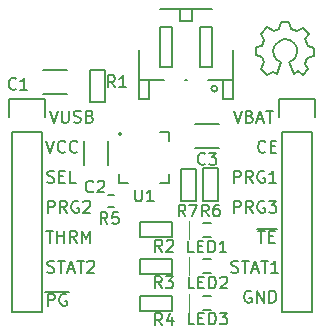
<source format=gto>
%TF.GenerationSoftware,KiCad,Pcbnew,4.0.5-e0-6337~49~ubuntu16.04.1*%
%TF.CreationDate,2017-07-20T10:50:06-07:00*%
%TF.ProjectId,mcp73871-battery-mgmt-breakout,6D637037333837312D62617474657279,1.0*%
%TF.FileFunction,Legend,Top*%
%FSLAX46Y46*%
G04 Gerber Fmt 4.6, Leading zero omitted, Abs format (unit mm)*
G04 Created by KiCad (PCBNEW 4.0.5-e0-6337~49~ubuntu16.04.1) date Thu Jul 20 10:50:06 2017*
%MOMM*%
%LPD*%
G01*
G04 APERTURE LIST*
%ADD10C,0.350000*%
%ADD11C,0.152400*%
%ADD12C,0.150000*%
%ADD13C,0.050000*%
%ADD14R,1.152400X1.752400*%
%ADD15R,1.752400X1.152400*%
%ADD16R,0.552400X1.502400*%
%ADD17R,1.752400X1.552400*%
%ADD18C,1.352400*%
%ADD19R,2.052400X2.052400*%
%ADD20R,1.152400X3.652400*%
%ADD21R,1.752400X3.552400*%
%ADD22R,2.184400X1.879600*%
%ADD23O,2.184400X1.879600*%
%ADD24R,0.952400X0.902400*%
%ADD25R,0.902400X0.952400*%
%ADD26R,0.752400X0.652400*%
%ADD27R,0.882400X0.452400*%
%ADD28R,0.452400X0.882400*%
%ADD29R,0.640400X0.640400*%
G04 APERTURE END LIST*
D10*
D11*
X134160382Y-96931238D02*
X134305525Y-96979619D01*
X134547429Y-96979619D01*
X134644191Y-96931238D01*
X134692572Y-96882857D01*
X134740953Y-96786095D01*
X134740953Y-96689333D01*
X134692572Y-96592571D01*
X134644191Y-96544190D01*
X134547429Y-96495810D01*
X134353906Y-96447429D01*
X134257144Y-96399048D01*
X134208763Y-96350667D01*
X134160382Y-96253905D01*
X134160382Y-96157143D01*
X134208763Y-96060381D01*
X134257144Y-96012000D01*
X134353906Y-95963619D01*
X134595810Y-95963619D01*
X134740953Y-96012000D01*
X135031239Y-95963619D02*
X135611810Y-95963619D01*
X135321525Y-96979619D02*
X135321525Y-95963619D01*
X135902096Y-96689333D02*
X136385905Y-96689333D01*
X135805334Y-96979619D02*
X136144001Y-95963619D01*
X136482667Y-96979619D01*
X136676191Y-95963619D02*
X137256762Y-95963619D01*
X136966477Y-96979619D02*
X136966477Y-95963619D01*
X138127619Y-96979619D02*
X137547048Y-96979619D01*
X137837334Y-96979619D02*
X137837334Y-95963619D01*
X137740572Y-96108762D01*
X137643810Y-96205524D01*
X137547048Y-96253905D01*
X136410096Y-93423619D02*
X136990667Y-93423619D01*
X136700382Y-94439619D02*
X136700382Y-93423619D01*
X137329334Y-93907429D02*
X137668000Y-93907429D01*
X137813143Y-94439619D02*
X137329334Y-94439619D01*
X137329334Y-93423619D01*
X137813143Y-93423619D01*
X136313334Y-93248480D02*
X138006667Y-93248480D01*
X134378096Y-91899619D02*
X134378096Y-90883619D01*
X134765143Y-90883619D01*
X134861905Y-90932000D01*
X134910286Y-90980381D01*
X134958667Y-91077143D01*
X134958667Y-91222286D01*
X134910286Y-91319048D01*
X134861905Y-91367429D01*
X134765143Y-91415810D01*
X134378096Y-91415810D01*
X135974667Y-91899619D02*
X135636001Y-91415810D01*
X135394096Y-91899619D02*
X135394096Y-90883619D01*
X135781143Y-90883619D01*
X135877905Y-90932000D01*
X135926286Y-90980381D01*
X135974667Y-91077143D01*
X135974667Y-91222286D01*
X135926286Y-91319048D01*
X135877905Y-91367429D01*
X135781143Y-91415810D01*
X135394096Y-91415810D01*
X136942286Y-90932000D02*
X136845524Y-90883619D01*
X136700381Y-90883619D01*
X136555239Y-90932000D01*
X136458477Y-91028762D01*
X136410096Y-91125524D01*
X136361715Y-91319048D01*
X136361715Y-91464190D01*
X136410096Y-91657714D01*
X136458477Y-91754476D01*
X136555239Y-91851238D01*
X136700381Y-91899619D01*
X136797143Y-91899619D01*
X136942286Y-91851238D01*
X136990667Y-91802857D01*
X136990667Y-91464190D01*
X136797143Y-91464190D01*
X137329334Y-90883619D02*
X137958286Y-90883619D01*
X137619620Y-91270667D01*
X137764762Y-91270667D01*
X137861524Y-91319048D01*
X137909905Y-91367429D01*
X137958286Y-91464190D01*
X137958286Y-91706095D01*
X137909905Y-91802857D01*
X137861524Y-91851238D01*
X137764762Y-91899619D01*
X137474477Y-91899619D01*
X137377715Y-91851238D01*
X137329334Y-91802857D01*
X134378096Y-89359619D02*
X134378096Y-88343619D01*
X134765143Y-88343619D01*
X134861905Y-88392000D01*
X134910286Y-88440381D01*
X134958667Y-88537143D01*
X134958667Y-88682286D01*
X134910286Y-88779048D01*
X134861905Y-88827429D01*
X134765143Y-88875810D01*
X134378096Y-88875810D01*
X135974667Y-89359619D02*
X135636001Y-88875810D01*
X135394096Y-89359619D02*
X135394096Y-88343619D01*
X135781143Y-88343619D01*
X135877905Y-88392000D01*
X135926286Y-88440381D01*
X135974667Y-88537143D01*
X135974667Y-88682286D01*
X135926286Y-88779048D01*
X135877905Y-88827429D01*
X135781143Y-88875810D01*
X135394096Y-88875810D01*
X136942286Y-88392000D02*
X136845524Y-88343619D01*
X136700381Y-88343619D01*
X136555239Y-88392000D01*
X136458477Y-88488762D01*
X136410096Y-88585524D01*
X136361715Y-88779048D01*
X136361715Y-88924190D01*
X136410096Y-89117714D01*
X136458477Y-89214476D01*
X136555239Y-89311238D01*
X136700381Y-89359619D01*
X136797143Y-89359619D01*
X136942286Y-89311238D01*
X136990667Y-89262857D01*
X136990667Y-88924190D01*
X136797143Y-88924190D01*
X137958286Y-89359619D02*
X137377715Y-89359619D01*
X137668001Y-89359619D02*
X137668001Y-88343619D01*
X137571239Y-88488762D01*
X137474477Y-88585524D01*
X137377715Y-88633905D01*
X137039048Y-86722857D02*
X136990667Y-86771238D01*
X136845524Y-86819619D01*
X136748762Y-86819619D01*
X136603620Y-86771238D01*
X136506858Y-86674476D01*
X136458477Y-86577714D01*
X136410096Y-86384190D01*
X136410096Y-86239048D01*
X136458477Y-86045524D01*
X136506858Y-85948762D01*
X136603620Y-85852000D01*
X136748762Y-85803619D01*
X136845524Y-85803619D01*
X136990667Y-85852000D01*
X137039048Y-85900381D01*
X137474477Y-86287429D02*
X137813143Y-86287429D01*
X137958286Y-86819619D02*
X137474477Y-86819619D01*
X137474477Y-85803619D01*
X137958286Y-85803619D01*
X118630096Y-99773619D02*
X118630096Y-98757619D01*
X119017143Y-98757619D01*
X119113905Y-98806000D01*
X119162286Y-98854381D01*
X119210667Y-98951143D01*
X119210667Y-99096286D01*
X119162286Y-99193048D01*
X119113905Y-99241429D01*
X119017143Y-99289810D01*
X118630096Y-99289810D01*
X120178286Y-98806000D02*
X120081524Y-98757619D01*
X119936381Y-98757619D01*
X119791239Y-98806000D01*
X119694477Y-98902762D01*
X119646096Y-98999524D01*
X119597715Y-99193048D01*
X119597715Y-99338190D01*
X119646096Y-99531714D01*
X119694477Y-99628476D01*
X119791239Y-99725238D01*
X119936381Y-99773619D01*
X120033143Y-99773619D01*
X120178286Y-99725238D01*
X120226667Y-99676857D01*
X120226667Y-99338190D01*
X120033143Y-99338190D01*
X118388191Y-98582480D02*
X120420191Y-98582480D01*
X118581715Y-96931238D02*
X118726858Y-96979619D01*
X118968762Y-96979619D01*
X119065524Y-96931238D01*
X119113905Y-96882857D01*
X119162286Y-96786095D01*
X119162286Y-96689333D01*
X119113905Y-96592571D01*
X119065524Y-96544190D01*
X118968762Y-96495810D01*
X118775239Y-96447429D01*
X118678477Y-96399048D01*
X118630096Y-96350667D01*
X118581715Y-96253905D01*
X118581715Y-96157143D01*
X118630096Y-96060381D01*
X118678477Y-96012000D01*
X118775239Y-95963619D01*
X119017143Y-95963619D01*
X119162286Y-96012000D01*
X119452572Y-95963619D02*
X120033143Y-95963619D01*
X119742858Y-96979619D02*
X119742858Y-95963619D01*
X120323429Y-96689333D02*
X120807238Y-96689333D01*
X120226667Y-96979619D02*
X120565334Y-95963619D01*
X120904000Y-96979619D01*
X121097524Y-95963619D02*
X121678095Y-95963619D01*
X121387810Y-96979619D02*
X121387810Y-95963619D01*
X121968381Y-96060381D02*
X122016762Y-96012000D01*
X122113524Y-95963619D01*
X122355428Y-95963619D01*
X122452190Y-96012000D01*
X122500571Y-96060381D01*
X122548952Y-96157143D01*
X122548952Y-96253905D01*
X122500571Y-96399048D01*
X121920000Y-96979619D01*
X122548952Y-96979619D01*
X118484953Y-93423619D02*
X119065524Y-93423619D01*
X118775239Y-94439619D02*
X118775239Y-93423619D01*
X119404191Y-94439619D02*
X119404191Y-93423619D01*
X119404191Y-93907429D02*
X119984762Y-93907429D01*
X119984762Y-94439619D02*
X119984762Y-93423619D01*
X121049143Y-94439619D02*
X120710477Y-93955810D01*
X120468572Y-94439619D02*
X120468572Y-93423619D01*
X120855619Y-93423619D01*
X120952381Y-93472000D01*
X121000762Y-93520381D01*
X121049143Y-93617143D01*
X121049143Y-93762286D01*
X121000762Y-93859048D01*
X120952381Y-93907429D01*
X120855619Y-93955810D01*
X120468572Y-93955810D01*
X121484572Y-94439619D02*
X121484572Y-93423619D01*
X121823238Y-94149333D01*
X122161905Y-93423619D01*
X122161905Y-94439619D01*
X118630096Y-91899619D02*
X118630096Y-90883619D01*
X119017143Y-90883619D01*
X119113905Y-90932000D01*
X119162286Y-90980381D01*
X119210667Y-91077143D01*
X119210667Y-91222286D01*
X119162286Y-91319048D01*
X119113905Y-91367429D01*
X119017143Y-91415810D01*
X118630096Y-91415810D01*
X120226667Y-91899619D02*
X119888001Y-91415810D01*
X119646096Y-91899619D02*
X119646096Y-90883619D01*
X120033143Y-90883619D01*
X120129905Y-90932000D01*
X120178286Y-90980381D01*
X120226667Y-91077143D01*
X120226667Y-91222286D01*
X120178286Y-91319048D01*
X120129905Y-91367429D01*
X120033143Y-91415810D01*
X119646096Y-91415810D01*
X121194286Y-90932000D02*
X121097524Y-90883619D01*
X120952381Y-90883619D01*
X120807239Y-90932000D01*
X120710477Y-91028762D01*
X120662096Y-91125524D01*
X120613715Y-91319048D01*
X120613715Y-91464190D01*
X120662096Y-91657714D01*
X120710477Y-91754476D01*
X120807239Y-91851238D01*
X120952381Y-91899619D01*
X121049143Y-91899619D01*
X121194286Y-91851238D01*
X121242667Y-91802857D01*
X121242667Y-91464190D01*
X121049143Y-91464190D01*
X121629715Y-90980381D02*
X121678096Y-90932000D01*
X121774858Y-90883619D01*
X122016762Y-90883619D01*
X122113524Y-90932000D01*
X122161905Y-90980381D01*
X122210286Y-91077143D01*
X122210286Y-91173905D01*
X122161905Y-91319048D01*
X121581334Y-91899619D01*
X122210286Y-91899619D01*
X118581715Y-89311238D02*
X118726858Y-89359619D01*
X118968762Y-89359619D01*
X119065524Y-89311238D01*
X119113905Y-89262857D01*
X119162286Y-89166095D01*
X119162286Y-89069333D01*
X119113905Y-88972571D01*
X119065524Y-88924190D01*
X118968762Y-88875810D01*
X118775239Y-88827429D01*
X118678477Y-88779048D01*
X118630096Y-88730667D01*
X118581715Y-88633905D01*
X118581715Y-88537143D01*
X118630096Y-88440381D01*
X118678477Y-88392000D01*
X118775239Y-88343619D01*
X119017143Y-88343619D01*
X119162286Y-88392000D01*
X119597715Y-88827429D02*
X119936381Y-88827429D01*
X120081524Y-89359619D02*
X119597715Y-89359619D01*
X119597715Y-88343619D01*
X120081524Y-88343619D01*
X121000762Y-89359619D02*
X120516953Y-89359619D01*
X120516953Y-88343619D01*
X135829524Y-98552000D02*
X135732762Y-98503619D01*
X135587619Y-98503619D01*
X135442477Y-98552000D01*
X135345715Y-98648762D01*
X135297334Y-98745524D01*
X135248953Y-98939048D01*
X135248953Y-99084190D01*
X135297334Y-99277714D01*
X135345715Y-99374476D01*
X135442477Y-99471238D01*
X135587619Y-99519619D01*
X135684381Y-99519619D01*
X135829524Y-99471238D01*
X135877905Y-99422857D01*
X135877905Y-99084190D01*
X135684381Y-99084190D01*
X136313334Y-99519619D02*
X136313334Y-98503619D01*
X136893905Y-99519619D01*
X136893905Y-98503619D01*
X137377715Y-99519619D02*
X137377715Y-98503619D01*
X137619620Y-98503619D01*
X137764762Y-98552000D01*
X137861524Y-98648762D01*
X137909905Y-98745524D01*
X137958286Y-98939048D01*
X137958286Y-99084190D01*
X137909905Y-99277714D01*
X137861524Y-99374476D01*
X137764762Y-99471238D01*
X137619620Y-99519619D01*
X137377715Y-99519619D01*
X134347858Y-83263619D02*
X134686525Y-84279619D01*
X135025191Y-83263619D01*
X135702524Y-83747429D02*
X135847667Y-83795810D01*
X135896048Y-83844190D01*
X135944429Y-83940952D01*
X135944429Y-84086095D01*
X135896048Y-84182857D01*
X135847667Y-84231238D01*
X135750905Y-84279619D01*
X135363858Y-84279619D01*
X135363858Y-83263619D01*
X135702524Y-83263619D01*
X135799286Y-83312000D01*
X135847667Y-83360381D01*
X135896048Y-83457143D01*
X135896048Y-83553905D01*
X135847667Y-83650667D01*
X135799286Y-83699048D01*
X135702524Y-83747429D01*
X135363858Y-83747429D01*
X136331477Y-83989333D02*
X136815286Y-83989333D01*
X136234715Y-84279619D02*
X136573382Y-83263619D01*
X136912048Y-84279619D01*
X137105572Y-83263619D02*
X137686143Y-83263619D01*
X137395858Y-84279619D02*
X137395858Y-83263619D01*
X118484953Y-85803619D02*
X118823620Y-86819619D01*
X119162286Y-85803619D01*
X120081524Y-86722857D02*
X120033143Y-86771238D01*
X119888000Y-86819619D01*
X119791238Y-86819619D01*
X119646096Y-86771238D01*
X119549334Y-86674476D01*
X119500953Y-86577714D01*
X119452572Y-86384190D01*
X119452572Y-86239048D01*
X119500953Y-86045524D01*
X119549334Y-85948762D01*
X119646096Y-85852000D01*
X119791238Y-85803619D01*
X119888000Y-85803619D01*
X120033143Y-85852000D01*
X120081524Y-85900381D01*
X121097524Y-86722857D02*
X121049143Y-86771238D01*
X120904000Y-86819619D01*
X120807238Y-86819619D01*
X120662096Y-86771238D01*
X120565334Y-86674476D01*
X120516953Y-86577714D01*
X120468572Y-86384190D01*
X120468572Y-86239048D01*
X120516953Y-86045524D01*
X120565334Y-85948762D01*
X120662096Y-85852000D01*
X120807238Y-85803619D01*
X120904000Y-85803619D01*
X121049143Y-85852000D01*
X121097524Y-85900381D01*
X118787334Y-83263619D02*
X119126001Y-84279619D01*
X119464667Y-83263619D01*
X119803334Y-83263619D02*
X119803334Y-84086095D01*
X119851715Y-84182857D01*
X119900096Y-84231238D01*
X119996858Y-84279619D01*
X120190381Y-84279619D01*
X120287143Y-84231238D01*
X120335524Y-84182857D01*
X120383905Y-84086095D01*
X120383905Y-83263619D01*
X120819334Y-84231238D02*
X120964477Y-84279619D01*
X121206381Y-84279619D01*
X121303143Y-84231238D01*
X121351524Y-84182857D01*
X121399905Y-84086095D01*
X121399905Y-83989333D01*
X121351524Y-83892571D01*
X121303143Y-83844190D01*
X121206381Y-83795810D01*
X121012858Y-83747429D01*
X120916096Y-83699048D01*
X120867715Y-83650667D01*
X120819334Y-83553905D01*
X120819334Y-83457143D01*
X120867715Y-83360381D01*
X120916096Y-83312000D01*
X121012858Y-83263619D01*
X121254762Y-83263619D01*
X121399905Y-83312000D01*
X122174000Y-83747429D02*
X122319143Y-83795810D01*
X122367524Y-83844190D01*
X122415905Y-83940952D01*
X122415905Y-84086095D01*
X122367524Y-84182857D01*
X122319143Y-84231238D01*
X122222381Y-84279619D01*
X121835334Y-84279619D01*
X121835334Y-83263619D01*
X122174000Y-83263619D01*
X122270762Y-83312000D01*
X122319143Y-83360381D01*
X122367524Y-83457143D01*
X122367524Y-83553905D01*
X122319143Y-83650667D01*
X122270762Y-83699048D01*
X122174000Y-83747429D01*
X121835334Y-83747429D01*
D12*
X133080000Y-84382500D02*
X131080000Y-84382500D01*
X131080000Y-86432500D02*
X133080000Y-86432500D01*
X118203600Y-81847800D02*
X120203600Y-81847800D01*
X120203600Y-79797800D02*
X118203600Y-79797800D01*
X123707000Y-87844000D02*
X123707000Y-85844000D01*
X121657000Y-85844000D02*
X121657000Y-87844000D01*
X132955600Y-81398400D02*
G75*
G03X132955600Y-81398400I-250000J0D01*
G01*
X130805600Y-74648400D02*
X130805600Y-75648400D01*
X130805600Y-75648400D02*
X129805600Y-75648400D01*
X129805600Y-75648400D02*
X129805600Y-74648400D01*
X132205600Y-80648400D02*
X133455600Y-80648400D01*
X133455600Y-80648400D02*
X133455600Y-82248400D01*
X133455600Y-82248400D02*
X134255600Y-82248400D01*
X134255600Y-82248400D02*
X134255600Y-78148400D01*
X133455600Y-80648400D02*
X134255600Y-80648400D01*
X128405600Y-80648400D02*
X127155600Y-80648400D01*
X127155600Y-80648400D02*
X127155600Y-82248400D01*
X127155600Y-82248400D02*
X126355600Y-82248400D01*
X126355600Y-82248400D02*
X126355600Y-78148400D01*
X127155600Y-80648400D02*
X126355600Y-80648400D01*
X132505600Y-74648400D02*
X128105600Y-74648400D01*
X132505600Y-79548400D02*
X132505600Y-76148400D01*
X132505600Y-76148400D02*
X131505600Y-76148400D01*
X131505600Y-76148400D02*
X131505600Y-79548400D01*
X131505600Y-79548400D02*
X132505600Y-79548400D01*
X128105600Y-79548400D02*
X128105600Y-76148400D01*
X128105600Y-76148400D02*
X129105600Y-76148400D01*
X129105600Y-76148400D02*
X129105600Y-79548400D01*
X129105600Y-79548400D02*
X128105600Y-79548400D01*
X130405600Y-80648400D02*
X130205600Y-80648400D01*
X118110000Y-85090000D02*
X118110000Y-100330000D01*
X118110000Y-100330000D02*
X115570000Y-100330000D01*
X115570000Y-100330000D02*
X115570000Y-85090000D01*
X118390000Y-82270000D02*
X118390000Y-83820000D01*
X118110000Y-85090000D02*
X115570000Y-85090000D01*
X115290000Y-83820000D02*
X115290000Y-82270000D01*
X115290000Y-82270000D02*
X118390000Y-82270000D01*
X140970000Y-85090000D02*
X140970000Y-100330000D01*
X140970000Y-100330000D02*
X138430000Y-100330000D01*
X138430000Y-100330000D02*
X138430000Y-85090000D01*
X141250000Y-82270000D02*
X141250000Y-83820000D01*
X140970000Y-85090000D02*
X138430000Y-85090000D01*
X138150000Y-83820000D02*
X138150000Y-82270000D01*
X138150000Y-82270000D02*
X141250000Y-82270000D01*
D13*
X130544000Y-94155490D02*
X130544000Y-92631490D01*
D12*
X131718000Y-92793490D02*
X132418000Y-92793490D01*
X132418000Y-93993490D02*
X131718000Y-93993490D01*
D13*
X130544000Y-97194162D02*
X130544000Y-95670162D01*
D12*
X131718000Y-95832162D02*
X132418000Y-95832162D01*
X132418000Y-97032162D02*
X131718000Y-97032162D01*
D13*
X130544000Y-100294000D02*
X130544000Y-98770000D01*
D12*
X131718000Y-98932000D02*
X132418000Y-98932000D01*
X132418000Y-100132000D02*
X131718000Y-100132000D01*
D11*
X122148600Y-82512600D02*
X123418600Y-82512600D01*
X122148600Y-79782100D02*
X123418600Y-79782100D01*
D12*
X122148600Y-82512600D02*
X122148600Y-79782100D01*
X123418600Y-79782100D02*
X123418600Y-82512600D01*
D11*
X129147000Y-93978490D02*
X129147000Y-92708490D01*
X126416500Y-93978490D02*
X126416500Y-92708490D01*
D12*
X129147000Y-93978490D02*
X126416500Y-93978490D01*
X126416500Y-92708490D02*
X129147000Y-92708490D01*
D11*
X129107128Y-97067162D02*
X129107128Y-95797162D01*
X126376628Y-97067162D02*
X126376628Y-95797162D01*
D12*
X129107128Y-97067162D02*
X126376628Y-97067162D01*
X126376628Y-95797162D02*
X129107128Y-95797162D01*
D11*
X129147000Y-100203000D02*
X129147000Y-98933000D01*
X126416500Y-100203000D02*
X126416500Y-98933000D01*
D12*
X129147000Y-100203000D02*
X126416500Y-100203000D01*
X126416500Y-98933000D02*
X129147000Y-98933000D01*
X124180000Y-90425000D02*
X123680000Y-90425000D01*
X123680000Y-91375000D02*
X124180000Y-91375000D01*
D11*
X133015000Y-88153000D02*
X131745000Y-88153000D01*
X133015000Y-90883500D02*
X131745000Y-90883500D01*
D12*
X133015000Y-88153000D02*
X133015000Y-90883500D01*
X131745000Y-90883500D02*
X131745000Y-88153000D01*
D11*
X131165000Y-88203000D02*
X129895000Y-88203000D01*
X131165000Y-90933500D02*
X129895000Y-90933500D01*
D12*
X131165000Y-88203000D02*
X131165000Y-90933500D01*
X129895000Y-90933500D02*
X129895000Y-88203000D01*
D11*
X124850000Y-85193000D02*
G75*
G03X124850000Y-85193000I-127000J0D01*
G01*
D12*
X128905000Y-85075000D02*
X128905000Y-85850000D01*
X124605000Y-89375000D02*
X124605000Y-88600000D01*
X128905000Y-89375000D02*
X128905000Y-88600000D01*
X124605000Y-89375000D02*
X125380000Y-89375000D01*
X128905000Y-89375000D02*
X128130000Y-89375000D01*
X128905000Y-85075000D02*
X128130000Y-85075000D01*
X136903460Y-79161640D02*
X136644380Y-79722980D01*
X136644380Y-79722980D02*
X137182860Y-80241140D01*
X137182860Y-80241140D02*
X137703560Y-79971900D01*
X137703560Y-79971900D02*
X137982960Y-80131920D01*
X139423140Y-80111600D02*
X139753340Y-79921100D01*
X139753340Y-79921100D02*
X140192760Y-80251300D01*
X140192760Y-80251300D02*
X140665200Y-79761080D01*
X140665200Y-79761080D02*
X140383260Y-79281020D01*
X140383260Y-79281020D02*
X140573760Y-78811120D01*
X140573760Y-78811120D02*
X141183360Y-78623160D01*
X141183360Y-78623160D02*
X141183360Y-77942440D01*
X141183360Y-77942440D02*
X140624560Y-77802740D01*
X140624560Y-77802740D02*
X140423900Y-77231240D01*
X140423900Y-77231240D02*
X140693140Y-76761340D01*
X140693140Y-76761340D02*
X140223240Y-76250800D01*
X140223240Y-76250800D02*
X139705080Y-76512420D01*
X139705080Y-76512420D02*
X139235180Y-76311760D01*
X139235180Y-76311760D02*
X139065000Y-75770740D01*
X139065000Y-75770740D02*
X138374120Y-75752960D01*
X138374120Y-75752960D02*
X138163300Y-76301600D01*
X138163300Y-76301600D02*
X137744200Y-76471780D01*
X137744200Y-76471780D02*
X137193020Y-76202540D01*
X137193020Y-76202540D02*
X136674860Y-76730860D01*
X136674860Y-76730860D02*
X136923780Y-77271880D01*
X136923780Y-77271880D02*
X136753600Y-77751940D01*
X136753600Y-77751940D02*
X136204960Y-77851000D01*
X136204960Y-77851000D02*
X136194800Y-78552040D01*
X136194800Y-78552040D02*
X136753600Y-78752700D01*
X136753600Y-78752700D02*
X136893300Y-79151480D01*
X139034520Y-79131160D02*
X139334240Y-78981300D01*
X139334240Y-78981300D02*
X139534900Y-78783180D01*
X139534900Y-78783180D02*
X139684760Y-78381860D01*
X139684760Y-78381860D02*
X139684760Y-77983080D01*
X139684760Y-77983080D02*
X139534900Y-77632560D01*
X139534900Y-77632560D02*
X139082780Y-77282040D01*
X139082780Y-77282040D02*
X138633200Y-77231240D01*
X138633200Y-77231240D02*
X138234420Y-77332840D01*
X138234420Y-77332840D02*
X137833100Y-77680820D01*
X137833100Y-77680820D02*
X137683240Y-78132940D01*
X137683240Y-78132940D02*
X137734040Y-78630780D01*
X137734040Y-78630780D02*
X137982960Y-78933040D01*
X137982960Y-78933040D02*
X138333480Y-79131160D01*
X138333480Y-79131160D02*
X137982960Y-80131920D01*
X139034520Y-79131160D02*
X139433300Y-80131920D01*
X131913334Y-87733143D02*
X131865715Y-87780762D01*
X131722858Y-87828381D01*
X131627620Y-87828381D01*
X131484762Y-87780762D01*
X131389524Y-87685524D01*
X131341905Y-87590286D01*
X131294286Y-87399810D01*
X131294286Y-87256952D01*
X131341905Y-87066476D01*
X131389524Y-86971238D01*
X131484762Y-86876000D01*
X131627620Y-86828381D01*
X131722858Y-86828381D01*
X131865715Y-86876000D01*
X131913334Y-86923619D01*
X132246667Y-86828381D02*
X132865715Y-86828381D01*
X132532381Y-87209333D01*
X132675239Y-87209333D01*
X132770477Y-87256952D01*
X132818096Y-87304571D01*
X132865715Y-87399810D01*
X132865715Y-87637905D01*
X132818096Y-87733143D01*
X132770477Y-87780762D01*
X132675239Y-87828381D01*
X132389524Y-87828381D01*
X132294286Y-87780762D01*
X132246667Y-87733143D01*
X115911334Y-81383143D02*
X115863715Y-81430762D01*
X115720858Y-81478381D01*
X115625620Y-81478381D01*
X115482762Y-81430762D01*
X115387524Y-81335524D01*
X115339905Y-81240286D01*
X115292286Y-81049810D01*
X115292286Y-80906952D01*
X115339905Y-80716476D01*
X115387524Y-80621238D01*
X115482762Y-80526000D01*
X115625620Y-80478381D01*
X115720858Y-80478381D01*
X115863715Y-80526000D01*
X115911334Y-80573619D01*
X116863715Y-81478381D02*
X116292286Y-81478381D01*
X116578000Y-81478381D02*
X116578000Y-80478381D01*
X116482762Y-80621238D01*
X116387524Y-80716476D01*
X116292286Y-80764095D01*
X122451834Y-90082643D02*
X122404215Y-90130262D01*
X122261358Y-90177881D01*
X122166120Y-90177881D01*
X122023262Y-90130262D01*
X121928024Y-90035024D01*
X121880405Y-89939786D01*
X121832786Y-89749310D01*
X121832786Y-89606452D01*
X121880405Y-89415976D01*
X121928024Y-89320738D01*
X122023262Y-89225500D01*
X122166120Y-89177881D01*
X122261358Y-89177881D01*
X122404215Y-89225500D01*
X122451834Y-89273119D01*
X122832786Y-89273119D02*
X122880405Y-89225500D01*
X122975643Y-89177881D01*
X123213739Y-89177881D01*
X123308977Y-89225500D01*
X123356596Y-89273119D01*
X123404215Y-89368357D01*
X123404215Y-89463595D01*
X123356596Y-89606452D01*
X122785167Y-90177881D01*
X123404215Y-90177881D01*
X130974029Y-95257881D02*
X130497838Y-95257881D01*
X130497838Y-94257881D01*
X131307362Y-94734071D02*
X131640696Y-94734071D01*
X131783553Y-95257881D02*
X131307362Y-95257881D01*
X131307362Y-94257881D01*
X131783553Y-94257881D01*
X132212124Y-95257881D02*
X132212124Y-94257881D01*
X132450219Y-94257881D01*
X132593077Y-94305500D01*
X132688315Y-94400738D01*
X132735934Y-94495976D01*
X132783553Y-94686452D01*
X132783553Y-94829310D01*
X132735934Y-95019786D01*
X132688315Y-95115024D01*
X132593077Y-95210262D01*
X132450219Y-95257881D01*
X132212124Y-95257881D01*
X133735934Y-95257881D02*
X133164505Y-95257881D01*
X133450219Y-95257881D02*
X133450219Y-94257881D01*
X133354981Y-94400738D01*
X133259743Y-94495976D01*
X133164505Y-94543595D01*
X131024453Y-98305881D02*
X130548262Y-98305881D01*
X130548262Y-97305881D01*
X131357786Y-97782071D02*
X131691120Y-97782071D01*
X131833977Y-98305881D02*
X131357786Y-98305881D01*
X131357786Y-97305881D01*
X131833977Y-97305881D01*
X132262548Y-98305881D02*
X132262548Y-97305881D01*
X132500643Y-97305881D01*
X132643501Y-97353500D01*
X132738739Y-97448738D01*
X132786358Y-97543976D01*
X132833977Y-97734452D01*
X132833977Y-97877310D01*
X132786358Y-98067786D01*
X132738739Y-98163024D01*
X132643501Y-98258262D01*
X132500643Y-98305881D01*
X132262548Y-98305881D01*
X133214929Y-97401119D02*
X133262548Y-97353500D01*
X133357786Y-97305881D01*
X133595882Y-97305881D01*
X133691120Y-97353500D01*
X133738739Y-97401119D01*
X133786358Y-97496357D01*
X133786358Y-97591595D01*
X133738739Y-97734452D01*
X133167310Y-98305881D01*
X133786358Y-98305881D01*
X131024453Y-101353881D02*
X130548262Y-101353881D01*
X130548262Y-100353881D01*
X131357786Y-100830071D02*
X131691120Y-100830071D01*
X131833977Y-101353881D02*
X131357786Y-101353881D01*
X131357786Y-100353881D01*
X131833977Y-100353881D01*
X132262548Y-101353881D02*
X132262548Y-100353881D01*
X132500643Y-100353881D01*
X132643501Y-100401500D01*
X132738739Y-100496738D01*
X132786358Y-100591976D01*
X132833977Y-100782452D01*
X132833977Y-100925310D01*
X132786358Y-101115786D01*
X132738739Y-101211024D01*
X132643501Y-101306262D01*
X132500643Y-101353881D01*
X132262548Y-101353881D01*
X133167310Y-100353881D02*
X133786358Y-100353881D01*
X133453024Y-100734833D01*
X133595882Y-100734833D01*
X133691120Y-100782452D01*
X133738739Y-100830071D01*
X133786358Y-100925310D01*
X133786358Y-101163405D01*
X133738739Y-101258643D01*
X133691120Y-101306262D01*
X133595882Y-101353881D01*
X133310167Y-101353881D01*
X133214929Y-101306262D01*
X133167310Y-101258643D01*
X124293334Y-81275181D02*
X123960000Y-80798990D01*
X123721905Y-81275181D02*
X123721905Y-80275181D01*
X124102858Y-80275181D01*
X124198096Y-80322800D01*
X124245715Y-80370419D01*
X124293334Y-80465657D01*
X124293334Y-80608514D01*
X124245715Y-80703752D01*
X124198096Y-80751371D01*
X124102858Y-80798990D01*
X123721905Y-80798990D01*
X125245715Y-81275181D02*
X124674286Y-81275181D01*
X124960000Y-81275181D02*
X124960000Y-80275181D01*
X124864762Y-80418038D01*
X124769524Y-80513276D01*
X124674286Y-80560895D01*
X128293834Y-95192871D02*
X127960500Y-94716680D01*
X127722405Y-95192871D02*
X127722405Y-94192871D01*
X128103358Y-94192871D01*
X128198596Y-94240490D01*
X128246215Y-94288109D01*
X128293834Y-94383347D01*
X128293834Y-94526204D01*
X128246215Y-94621442D01*
X128198596Y-94669061D01*
X128103358Y-94716680D01*
X127722405Y-94716680D01*
X128674786Y-94288109D02*
X128722405Y-94240490D01*
X128817643Y-94192871D01*
X129055739Y-94192871D01*
X129150977Y-94240490D01*
X129198596Y-94288109D01*
X129246215Y-94383347D01*
X129246215Y-94478585D01*
X129198596Y-94621442D01*
X128627167Y-95192871D01*
X129246215Y-95192871D01*
X128253962Y-98281543D02*
X127920628Y-97805352D01*
X127682533Y-98281543D02*
X127682533Y-97281543D01*
X128063486Y-97281543D01*
X128158724Y-97329162D01*
X128206343Y-97376781D01*
X128253962Y-97472019D01*
X128253962Y-97614876D01*
X128206343Y-97710114D01*
X128158724Y-97757733D01*
X128063486Y-97805352D01*
X127682533Y-97805352D01*
X128587295Y-97281543D02*
X129206343Y-97281543D01*
X128873009Y-97662495D01*
X129015867Y-97662495D01*
X129111105Y-97710114D01*
X129158724Y-97757733D01*
X129206343Y-97852972D01*
X129206343Y-98091067D01*
X129158724Y-98186305D01*
X129111105Y-98233924D01*
X129015867Y-98281543D01*
X128730152Y-98281543D01*
X128634914Y-98233924D01*
X128587295Y-98186305D01*
X128293834Y-101417381D02*
X127960500Y-100941190D01*
X127722405Y-101417381D02*
X127722405Y-100417381D01*
X128103358Y-100417381D01*
X128198596Y-100465000D01*
X128246215Y-100512619D01*
X128293834Y-100607857D01*
X128293834Y-100750714D01*
X128246215Y-100845952D01*
X128198596Y-100893571D01*
X128103358Y-100941190D01*
X127722405Y-100941190D01*
X129150977Y-100750714D02*
X129150977Y-101417381D01*
X128912881Y-100369762D02*
X128674786Y-101084048D01*
X129293834Y-101084048D01*
X123658334Y-92844881D02*
X123325000Y-92368690D01*
X123086905Y-92844881D02*
X123086905Y-91844881D01*
X123467858Y-91844881D01*
X123563096Y-91892500D01*
X123610715Y-91940119D01*
X123658334Y-92035357D01*
X123658334Y-92178214D01*
X123610715Y-92273452D01*
X123563096Y-92321071D01*
X123467858Y-92368690D01*
X123086905Y-92368690D01*
X124563096Y-91844881D02*
X124086905Y-91844881D01*
X124039286Y-92321071D01*
X124086905Y-92273452D01*
X124182143Y-92225833D01*
X124420239Y-92225833D01*
X124515477Y-92273452D01*
X124563096Y-92321071D01*
X124610715Y-92416310D01*
X124610715Y-92654405D01*
X124563096Y-92749643D01*
X124515477Y-92797262D01*
X124420239Y-92844881D01*
X124182143Y-92844881D01*
X124086905Y-92797262D01*
X124039286Y-92749643D01*
X132230834Y-92209881D02*
X131897500Y-91733690D01*
X131659405Y-92209881D02*
X131659405Y-91209881D01*
X132040358Y-91209881D01*
X132135596Y-91257500D01*
X132183215Y-91305119D01*
X132230834Y-91400357D01*
X132230834Y-91543214D01*
X132183215Y-91638452D01*
X132135596Y-91686071D01*
X132040358Y-91733690D01*
X131659405Y-91733690D01*
X133087977Y-91209881D02*
X132897500Y-91209881D01*
X132802262Y-91257500D01*
X132754643Y-91305119D01*
X132659405Y-91447976D01*
X132611786Y-91638452D01*
X132611786Y-92019405D01*
X132659405Y-92114643D01*
X132707024Y-92162262D01*
X132802262Y-92209881D01*
X132992739Y-92209881D01*
X133087977Y-92162262D01*
X133135596Y-92114643D01*
X133183215Y-92019405D01*
X133183215Y-91781310D01*
X133135596Y-91686071D01*
X133087977Y-91638452D01*
X132992739Y-91590833D01*
X132802262Y-91590833D01*
X132707024Y-91638452D01*
X132659405Y-91686071D01*
X132611786Y-91781310D01*
X130262334Y-92209881D02*
X129929000Y-91733690D01*
X129690905Y-92209881D02*
X129690905Y-91209881D01*
X130071858Y-91209881D01*
X130167096Y-91257500D01*
X130214715Y-91305119D01*
X130262334Y-91400357D01*
X130262334Y-91543214D01*
X130214715Y-91638452D01*
X130167096Y-91686071D01*
X130071858Y-91733690D01*
X129690905Y-91733690D01*
X130595667Y-91209881D02*
X131262334Y-91209881D01*
X130833762Y-92209881D01*
X125993095Y-89939881D02*
X125993095Y-90749405D01*
X126040714Y-90844643D01*
X126088333Y-90892262D01*
X126183571Y-90939881D01*
X126374048Y-90939881D01*
X126469286Y-90892262D01*
X126516905Y-90844643D01*
X126564524Y-90749405D01*
X126564524Y-89939881D01*
X127564524Y-90939881D02*
X126993095Y-90939881D01*
X127278809Y-90939881D02*
X127278809Y-89939881D01*
X127183571Y-90082738D01*
X127088333Y-90177976D01*
X126993095Y-90225595D01*
%LPC*%
D14*
X130580000Y-85407500D03*
X133580000Y-85407500D03*
X120703600Y-80822800D03*
X117703600Y-80822800D03*
D15*
X122682000Y-85344000D03*
X122682000Y-88344000D03*
D16*
X120500836Y-78031234D03*
X119850836Y-78031234D03*
X119201736Y-78031234D03*
X118550836Y-78031234D03*
X117900836Y-78031234D03*
D17*
X122400836Y-77806234D03*
D18*
X122750836Y-75356234D03*
D19*
X120400836Y-75356234D03*
X118000836Y-75356234D03*
D17*
X116000836Y-77806234D03*
D18*
X115650836Y-75356234D03*
D20*
X131305600Y-81648400D03*
X129305600Y-81648400D03*
D21*
X133705600Y-76098400D03*
X126905600Y-76098400D03*
D22*
X116840000Y-83820000D03*
D23*
X116840000Y-86360000D03*
X116840000Y-88900000D03*
X116840000Y-91440000D03*
X116840000Y-93980000D03*
X116840000Y-96520000D03*
X116840000Y-99060000D03*
D22*
X139700000Y-83820000D03*
D23*
X139700000Y-86360000D03*
X139700000Y-88900000D03*
X139700000Y-91440000D03*
X139700000Y-93980000D03*
X139700000Y-96520000D03*
X139700000Y-99060000D03*
D24*
X131318000Y-93393490D03*
X132818000Y-93393490D03*
X131318000Y-96432162D03*
X132818000Y-96432162D03*
X131318000Y-99532000D03*
X132818000Y-99532000D03*
D25*
X122783600Y-81865600D03*
X122783600Y-80365600D03*
D24*
X128500000Y-93343490D03*
X127000000Y-93343490D03*
X128460128Y-96432162D03*
X126960128Y-96432162D03*
X128500000Y-99568000D03*
X127000000Y-99568000D03*
D26*
X123380000Y-90900000D03*
X124480000Y-90900000D03*
D25*
X132380000Y-88800000D03*
X132380000Y-90300000D03*
X130530000Y-88850000D03*
X130530000Y-90350000D03*
D27*
X124790000Y-86225000D03*
X124790000Y-86725000D03*
X124790000Y-87225000D03*
X124790000Y-87725000D03*
X124790000Y-88225000D03*
D28*
X125755000Y-89190000D03*
X126255000Y-89190000D03*
X126755000Y-89190000D03*
X127255000Y-89190000D03*
X127755000Y-89190000D03*
D27*
X128720000Y-88225000D03*
X128720000Y-87725000D03*
X128720000Y-87225000D03*
X128720000Y-86725000D03*
X128720000Y-86225000D03*
D28*
X127755000Y-85260000D03*
X127255000Y-85260000D03*
X126755000Y-85260000D03*
X126255000Y-85260000D03*
X125755000Y-85260000D03*
D29*
X127380000Y-87850000D03*
X127380000Y-86600000D03*
X126130000Y-87850000D03*
X126130000Y-86600000D03*
M02*

</source>
